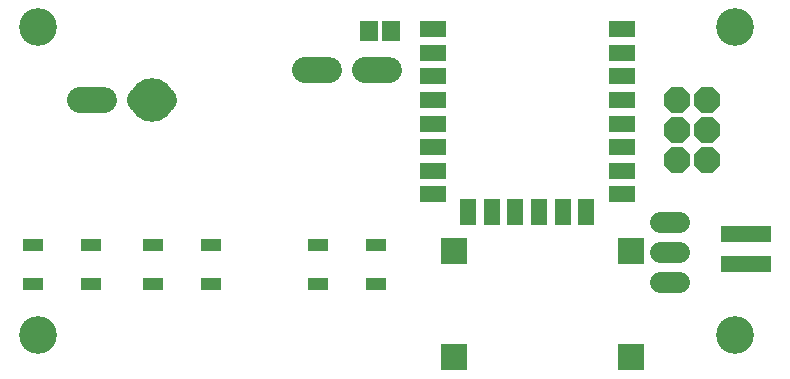
<source format=gbr>
G04 EAGLE Gerber RS-274X export*
G75*
%MOMM*%
%FSLAX34Y34*%
%LPD*%
%INSoldermask Top*%
%IPPOS*%
%AMOC8*
5,1,8,0,0,1.08239X$1,22.5*%
G01*
G04 Define Apertures*
%ADD10C,3.203200*%
%ADD11P,2.40204X8X112.5*%
%ADD12R,2.203200X1.403200*%
%ADD13R,1.403200X2.203200*%
%ADD14C,2.219200*%
%ADD15R,1.703200X1.103200*%
%ADD16C,1.803200*%
%ADD17R,4.203200X1.473200*%
%ADD18R,1.503200X1.703200*%
%ADD19R,2.203200X2.203200*%
%ADD20C,3.703200*%
D10*
X620000Y290000D03*
X620000Y30000D03*
X30000Y30000D03*
X30000Y290000D03*
D11*
X571500Y177800D03*
X596900Y177800D03*
X571500Y203200D03*
X596900Y203200D03*
X571500Y228600D03*
X596900Y228600D03*
D12*
X524500Y148540D03*
X524500Y168540D03*
X524500Y188540D03*
X524500Y208540D03*
X524500Y228540D03*
X524500Y248540D03*
X524500Y268540D03*
X524500Y288540D03*
X364500Y288540D03*
X364500Y248540D03*
X364500Y268540D03*
X364500Y228540D03*
X364500Y208540D03*
X364500Y188540D03*
X364500Y168540D03*
X364500Y148540D03*
D13*
X494500Y133740D03*
X474500Y133740D03*
X454500Y133740D03*
X434500Y133740D03*
X414500Y133740D03*
X394500Y133740D03*
D14*
X86280Y228600D02*
X66120Y228600D01*
X116920Y228600D02*
X137080Y228600D01*
D15*
X26300Y105400D03*
X26300Y72400D03*
X75300Y105400D03*
X75300Y72400D03*
X127900Y105400D03*
X127900Y72400D03*
X176900Y105400D03*
X176900Y72400D03*
X267600Y105400D03*
X267600Y72400D03*
X316600Y105400D03*
X316600Y72400D03*
D16*
X557000Y74600D02*
X573000Y74600D01*
X573000Y100000D02*
X557000Y100000D01*
X557000Y125400D02*
X573000Y125400D01*
D14*
X276780Y254000D02*
X256620Y254000D01*
X307420Y254000D02*
X327580Y254000D01*
D17*
X630000Y114700D03*
X630000Y89300D03*
D18*
X310500Y287340D03*
X329500Y287340D03*
D19*
X382200Y101000D03*
X382200Y11000D03*
X532200Y101000D03*
X532200Y11000D03*
D20*
X127000Y228600D03*
M02*

</source>
